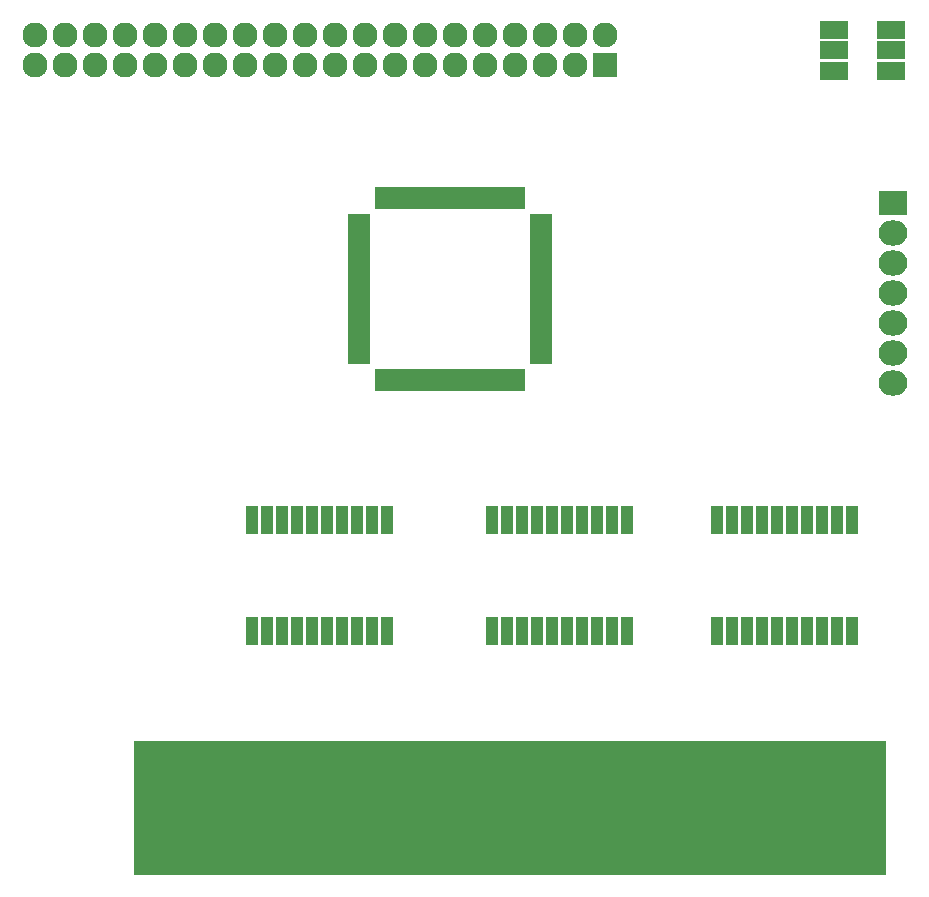
<source format=gbr>
G04 #@! TF.FileFunction,Soldermask,Top*
%FSLAX46Y46*%
G04 Gerber Fmt 4.6, Leading zero omitted, Abs format (unit mm)*
G04 Created by KiCad (PCBNEW 4.0.7) date 03/26/18 01:40:39*
%MOMM*%
%LPD*%
G01*
G04 APERTURE LIST*
%ADD10C,0.100000*%
%ADD11R,2.127200X2.127200*%
%ADD12O,2.127200X2.127200*%
%ADD13R,2.824000X11.460000*%
%ADD14R,1.900000X0.700000*%
%ADD15R,0.700000X1.900000*%
%ADD16R,1.000000X2.350000*%
%ADD17R,2.400000X1.500000*%
%ADD18R,2.432000X2.127200*%
%ADD19O,2.432000X2.127200*%
G04 APERTURE END LIST*
D10*
D11*
X156210000Y-74930000D03*
D12*
X156210000Y-72390000D03*
X153670000Y-74930000D03*
X153670000Y-72390000D03*
X151130000Y-74930000D03*
X151130000Y-72390000D03*
X148590000Y-74930000D03*
X148590000Y-72390000D03*
X146050000Y-74930000D03*
X146050000Y-72390000D03*
X143510000Y-74930000D03*
X143510000Y-72390000D03*
X140970000Y-74930000D03*
X140970000Y-72390000D03*
X138430000Y-74930000D03*
X138430000Y-72390000D03*
X135890000Y-74930000D03*
X135890000Y-72390000D03*
X133350000Y-74930000D03*
X133350000Y-72390000D03*
X130810000Y-74930000D03*
X130810000Y-72390000D03*
X128270000Y-74930000D03*
X128270000Y-72390000D03*
X125730000Y-74930000D03*
X125730000Y-72390000D03*
X123190000Y-74930000D03*
X123190000Y-72390000D03*
X120650000Y-74930000D03*
X120650000Y-72390000D03*
X118110000Y-74930000D03*
X118110000Y-72390000D03*
X115570000Y-74930000D03*
X115570000Y-72390000D03*
X113030000Y-74930000D03*
X113030000Y-72390000D03*
X110490000Y-74930000D03*
X110490000Y-72390000D03*
X107950000Y-74930000D03*
X107950000Y-72390000D03*
D13*
X178689000Y-137795000D03*
X176149000Y-137795000D03*
X173609000Y-137795000D03*
X171069000Y-137795000D03*
X168529000Y-137795000D03*
X165989000Y-137795000D03*
X163449000Y-137795000D03*
X160909000Y-137795000D03*
X158369000Y-137795000D03*
X155829000Y-137795000D03*
X153289000Y-137795000D03*
X150749000Y-137795000D03*
X148209000Y-137795000D03*
X145669000Y-137795000D03*
X143129000Y-137795000D03*
X140589000Y-137795000D03*
X138049000Y-137795000D03*
X135509000Y-137795000D03*
X132969000Y-137795000D03*
X130429000Y-137795000D03*
X127889000Y-137795000D03*
X125349000Y-137795000D03*
X122809000Y-137795000D03*
X120269000Y-137795000D03*
X117729000Y-137795000D03*
D14*
X150829000Y-99853000D03*
X150829000Y-99353000D03*
X150829000Y-98853000D03*
X150829000Y-98353000D03*
X150829000Y-97853000D03*
X150829000Y-97353000D03*
X150829000Y-96853000D03*
X150829000Y-96353000D03*
X150829000Y-95853000D03*
X150829000Y-95353000D03*
X150829000Y-94853000D03*
X150829000Y-94353000D03*
X150829000Y-93853000D03*
X150829000Y-93353000D03*
X150829000Y-92853000D03*
X150829000Y-92353000D03*
X150829000Y-91853000D03*
X150829000Y-91353000D03*
X150829000Y-90853000D03*
X150829000Y-90353000D03*
X150829000Y-89853000D03*
X150829000Y-89353000D03*
X150829000Y-88853000D03*
X150829000Y-88353000D03*
X150829000Y-87853000D03*
D15*
X149129000Y-86153000D03*
X148629000Y-86153000D03*
X148129000Y-86153000D03*
X147629000Y-86153000D03*
X147129000Y-86153000D03*
X146629000Y-86153000D03*
X146129000Y-86153000D03*
X145629000Y-86153000D03*
X145129000Y-86153000D03*
X144629000Y-86153000D03*
X144129000Y-86153000D03*
X143629000Y-86153000D03*
X143129000Y-86153000D03*
X142629000Y-86153000D03*
X142129000Y-86153000D03*
X141629000Y-86153000D03*
X141129000Y-86153000D03*
X140629000Y-86153000D03*
X140129000Y-86153000D03*
X139629000Y-86153000D03*
X139129000Y-86153000D03*
X138629000Y-86153000D03*
X138129000Y-86153000D03*
X137629000Y-86153000D03*
X137129000Y-86153000D03*
D14*
X135429000Y-87853000D03*
X135429000Y-88353000D03*
X135429000Y-88853000D03*
X135429000Y-89353000D03*
X135429000Y-89853000D03*
X135429000Y-90353000D03*
X135429000Y-90853000D03*
X135429000Y-91353000D03*
X135429000Y-91853000D03*
X135429000Y-92353000D03*
X135429000Y-92853000D03*
X135429000Y-93353000D03*
X135429000Y-93853000D03*
X135429000Y-94353000D03*
X135429000Y-94853000D03*
X135429000Y-95353000D03*
X135429000Y-95853000D03*
X135429000Y-96353000D03*
X135429000Y-96853000D03*
X135429000Y-97353000D03*
X135429000Y-97853000D03*
X135429000Y-98353000D03*
X135429000Y-98853000D03*
X135429000Y-99353000D03*
X135429000Y-99853000D03*
D15*
X137129000Y-101553000D03*
X137629000Y-101553000D03*
X138129000Y-101553000D03*
X138629000Y-101553000D03*
X139129000Y-101553000D03*
X139629000Y-101553000D03*
X140129000Y-101553000D03*
X140629000Y-101553000D03*
X141129000Y-101553000D03*
X141629000Y-101553000D03*
X142129000Y-101553000D03*
X142629000Y-101553000D03*
X143129000Y-101553000D03*
X143629000Y-101553000D03*
X144129000Y-101553000D03*
X144629000Y-101553000D03*
X145129000Y-101553000D03*
X145629000Y-101553000D03*
X146129000Y-101553000D03*
X146629000Y-101553000D03*
X147129000Y-101553000D03*
X147629000Y-101553000D03*
X148129000Y-101553000D03*
X148629000Y-101553000D03*
X149129000Y-101553000D03*
D16*
X177165000Y-113410000D03*
X175895000Y-113410000D03*
X174625000Y-113410000D03*
X173355000Y-113410000D03*
X172085000Y-113410000D03*
X170815000Y-113410000D03*
X169545000Y-113410000D03*
X168275000Y-113410000D03*
X167005000Y-113410000D03*
X165735000Y-113410000D03*
X165735000Y-122810000D03*
X167005000Y-122810000D03*
X168275000Y-122810000D03*
X169545000Y-122810000D03*
X170815000Y-122810000D03*
X172085000Y-122810000D03*
X173355000Y-122810000D03*
X174625000Y-122810000D03*
X175895000Y-122810000D03*
X177165000Y-122810000D03*
X137795000Y-113410000D03*
X136525000Y-113410000D03*
X135255000Y-113410000D03*
X133985000Y-113410000D03*
X132715000Y-113410000D03*
X131445000Y-113410000D03*
X130175000Y-113410000D03*
X128905000Y-113410000D03*
X127635000Y-113410000D03*
X126365000Y-113410000D03*
X126365000Y-122810000D03*
X127635000Y-122810000D03*
X128905000Y-122810000D03*
X130175000Y-122810000D03*
X131445000Y-122810000D03*
X132715000Y-122810000D03*
X133985000Y-122810000D03*
X135255000Y-122810000D03*
X136525000Y-122810000D03*
X137795000Y-122810000D03*
X158115000Y-113410000D03*
X156845000Y-113410000D03*
X155575000Y-113410000D03*
X154305000Y-113410000D03*
X153035000Y-113410000D03*
X151765000Y-113410000D03*
X150495000Y-113410000D03*
X149225000Y-113410000D03*
X147955000Y-113410000D03*
X146685000Y-113410000D03*
X146685000Y-122810000D03*
X147955000Y-122810000D03*
X149225000Y-122810000D03*
X150495000Y-122810000D03*
X151765000Y-122810000D03*
X153035000Y-122810000D03*
X154305000Y-122810000D03*
X155575000Y-122810000D03*
X156845000Y-122810000D03*
X158115000Y-122810000D03*
D17*
X175654000Y-71960000D03*
X175654000Y-73660000D03*
X175654000Y-75360000D03*
X180454000Y-75360000D03*
X180454000Y-73660000D03*
X180454000Y-71960000D03*
D18*
X180594000Y-86614000D03*
D19*
X180594000Y-89154000D03*
X180594000Y-91694000D03*
X180594000Y-94234000D03*
X180594000Y-96774000D03*
X180594000Y-99314000D03*
X180594000Y-101854000D03*
M02*

</source>
